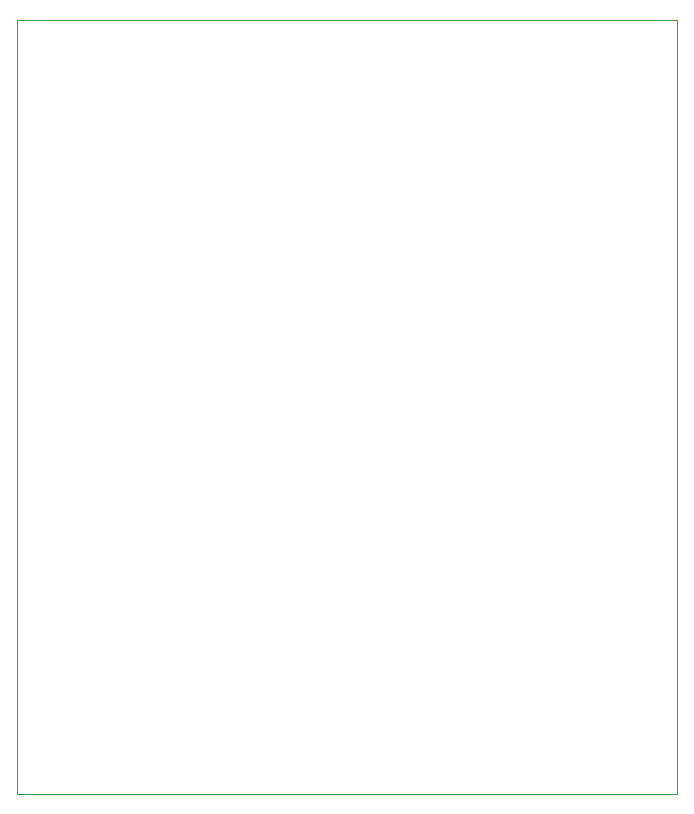
<source format=gbr>
%TF.GenerationSoftware,KiCad,Pcbnew,(6.0.4-0)*%
%TF.CreationDate,2023-05-07T08:38:51+01:00*%
%TF.ProjectId,BeebLED,42656562-4c45-4442-9e6b-696361645f70,rev?*%
%TF.SameCoordinates,Original*%
%TF.FileFunction,Profile,NP*%
%FSLAX46Y46*%
G04 Gerber Fmt 4.6, Leading zero omitted, Abs format (unit mm)*
G04 Created by KiCad (PCBNEW (6.0.4-0)) date 2023-05-07 08:38:51*
%MOMM*%
%LPD*%
G01*
G04 APERTURE LIST*
%TA.AperFunction,Profile*%
%ADD10C,0.100000*%
%TD*%
G04 APERTURE END LIST*
D10*
X80772000Y-101600000D02*
X136652000Y-101600000D01*
X136652000Y-101600000D02*
X136652000Y-36068000D01*
X136652000Y-36068000D02*
X80772000Y-36068000D01*
X80772000Y-36068000D02*
X80772000Y-101600000D01*
M02*

</source>
